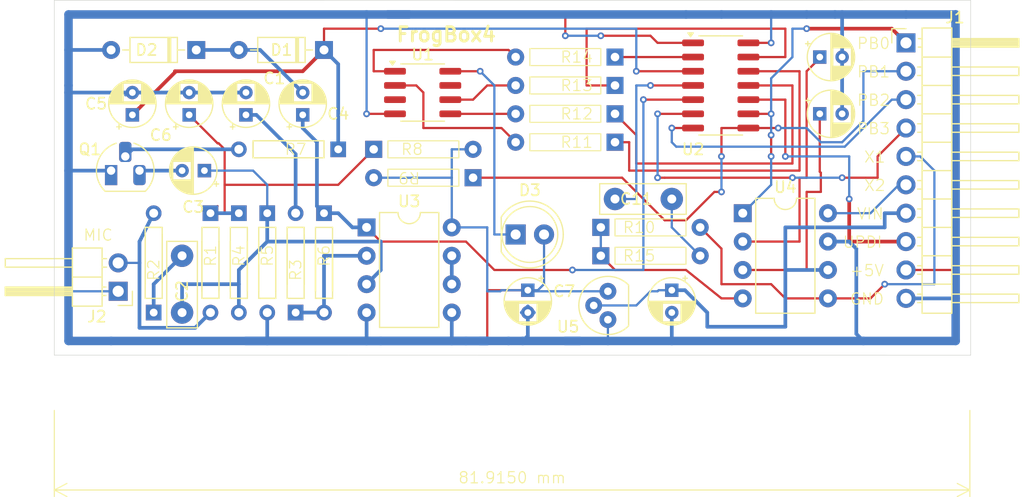
<source format=kicad_pcb>
(kicad_pcb (version 20240108) (generator "pcbnew") (generator_version "8.0")
  (layers (0 "F.Cu" signal) (31 "B.Cu" signal) (34 "B.Paste" user) (35 "F.Paste" user) (36 "B.SilkS" user "B.Silkscreen") (37 "F.SilkS" user "F.Silkscreen") (38 "B.Mask" user) (39 "F.Mask" user) (44 "Edge.Cuts" user))
  (net 0 "")
  (net 1 "Net-(U1-SI{slash}SIO)")
  (net 2 "Net-(U1-SCLK)")
  (net 3 "Net-(C1-Pad1)")
  (net 5 "Net-(D2-A)")
  (net 7 "Net-(U1-SO{slash}SIO)")
  (net 8 "Net-(U1-~{CE})")
  (net 9 "Net-(U3A-+)")
  (net 10 "Net-(C2-Pad2)")
  (net 11 "Net-(Q1-C)")
  (net 12 "Net-(U2-PA7)")
  (net 13 "Net-(D1-A)")
  (net 14 "Net-(D1-K)")
  (net 15 "Net-(C6-Pad1)")
  (net 16 "Net-(D3-A)")
  (net 17 "Net-(D3-K)")
  (net 18 "Net-(Q1-B)")
  (net 19 "Net-(U4-FC2)")
  (net 20 "Net-(U4-FC1)")
  (net 21 "Net-(U3A--)")
  (net 22 "Net-(U2-PA2)")
  (net 23 "Net-(U2-PA3)")
  (net 24 "Net-(U2-PA1)")
  (net 25 "Net-(U2-PA4)")
  (net 26 "Net-(U2-PA6)")
  (net 27 "Net-(U3B--)")
  (net 28 "Net-(J1-Pin_7)")
  (net 29 "Net-(J1-Pin_8)")
  (net 30 "Net-(J1-Pin_1)")
  (net 31 "Net-(J1-Pin_4)")
  (net 32 "Net-(J1-Pin_2)")
  (net 33 "Net-(J1-Pin_5)")
  (net 34 "Net-(J1-Pin_6)")
  (net 35 "Net-(J1-Pin_3)")
  (net 36 "Net-(J2-Pin_2)")
  (net 37 "Net-(C11-Pad2)")
  (net 38 "Net-(U4-Vin)")
  (footprint "Capacitor_THT:CP_Radial_D4.0mm_P2.00mm" (layer "F.Cu") (at 142.695 97.06 -90)
    (property "Reference" "C7" (at 0.095 -3.25 180) (layer "F.SilkS"))
    (property "Value" "CP_Small" (hide yes))
    (pad "1" thru_hole rect (at 0 0 270) (size 1.2 1.2) (drill 0.6) (layers "*.Cu" "*.Mask") (net 16 "Net-(D3-A)"))
    (pad "2" thru_hole circle (at 2 0 270) (size 1.2 1.2) (drill 0.6) (layers "*.Cu" "*.Mask") (net 5 "Net-(D2-A)"))
  )
  (footprint "Capacitor_THT:CP_Radial_D4.0mm_P2.00mm" (layer "F.Cu") (at 107.315 81.375 90)
    (property "Reference" "C5" (at 1 -3.25 0) (layer "F.SilkS"))
    (property "Value" "CP_Small" (hide yes))
    (pad "1" thru_hole rect (at 0 0 90) (size 1.2 1.2) (drill 0.6) (layers "*.Cu" "*.Mask") (net 14 "Net-(D1-K)"))
    (pad "2" thru_hole circle (at 2 0 90) (size 1.2 1.2) (drill 0.6) (layers "*.Cu" "*.Mask") (net 5 "Net-(D2-A)"))
  )
  (footprint "0_Footprint:R_Qwatt" (layer "F.Cu") (at 125.73 84.455 180)
    (property "Reference" "R7" (at 3.81 0 180) (layer "F.SilkS") (effects (font (thickness 0.1))))
    (property "Value" "R_Small" (hide yes))
    (pad "1" thru_hole rect (at 0 0 180) (size 1.4 1.4) (drill 0.7) (layers "*.Cu" "*.Mask") (net 14 "Net-(D1-K)"))
    (pad "2" thru_hole oval (at 8.89 0 180) (size 1.4 1.4) (drill 0.8) (layers "*.Cu" "*.Mask") (net 18 "Net-(Q1-B)"))
  )
  (footprint "Package_DIP:DIP-8_W7.62mm" (layer "F.Cu") (at 161.925 90.17)
    (property "Reference" "U4" (at 3.81 -2.33 0) (layer "F.SilkS"))
    (property "Value" "MC34119" (hide yes))
    (pad "1" thru_hole rect (at 0 0) (size 1.6 1.6) (drill 0.8) (layers "*.Cu" "*.Mask") (net 30 "Net-(J1-Pin_1)"))
    (pad "2" thru_hole oval (at 0 2.54) (size 1.6 1.6) (drill 0.8) (layers "*.Cu" "*.Mask") (net 19 "Net-(U4-FC2)"))
    (pad "3" thru_hole oval (at 0 5.08) (size 1.6 1.6) (drill 0.8) (layers "*.Cu" "*.Mask") (net 20 "Net-(U4-FC1)"))
    (pad "4" thru_hole oval (at 0 7.62) (size 1.6 1.6) (drill 0.8) (layers "*.Cu" "*.Mask") (net 38 "Net-(U4-Vin)"))
    (pad "5" thru_hole oval (at 7.62 7.62) (size 1.6 1.6) (drill 0.8) (layers "*.Cu" "*.Mask") (net 33 "Net-(J1-Pin_5)"))
    (pad "6" thru_hole oval (at 7.62 5.08) (size 1.6 1.6) (drill 0.8) (layers "*.Cu" "*.Mask") (net 28 "Net-(J1-Pin_7)"))
    (pad "7" thru_hole oval (at 7.62 2.54) (size 1.6 1.6) (drill 0.8) (layers "*.Cu" "*.Mask") (net 5 "Net-(D2-A)"))
    (pad "8" thru_hole oval (at 7.62 0) (size 1.6 1.6) (drill 0.8) (layers "*.Cu" "*.Mask") (net 34 "Net-(J1-Pin_6)"))
  )
  (footprint "0_Footprint:R_Qwatt" (layer "F.Cu") (at 109.22 99.06 90)
    (property "Reference" "R2" (at 3.81 0 -90) (layer "F.SilkS") (effects (font (thickness 0.1))))
    (property "Value" "R_Small" (hide yes))
    (pad "1" thru_hole rect (at 0 0 90) (size 1.4 1.4) (drill 0.7) (layers "*.Cu" "*.Mask") (net 10 "Net-(C2-Pad2)"))
    (pad "2" thru_hole oval (at 8.89 0 90) (size 1.4 1.4) (drill 0.8) (layers "*.Cu" "*.Mask") (net 36 "Net-(J2-Pin_2)"))
  )
  (footprint "0_Footprint:C_Disc1" (layer "F.Cu") (at 111.76 99.06 90)
    (property "Reference" "C2" (at 1.905 0 -90) (layer "F.SilkS"))
    (property "Value" "C_Disc" (hide yes))
    (pad "1" thru_hole circle (at 0 0 90) (size 2 2) (drill 0.8) (layers "*.Cu" "*.Mask") (net 9 "Net-(U3A-+)"))
    (pad "2" thru_hole circle (at 5.08 0 90) (size 2 2) (drill 0.8) (layers "*.Cu" "*.Mask") (net 10 "Net-(C2-Pad2)"))
  )
  (footprint "0_Footprint:QWSlim" (layer "F.Cu") (at 128.905 84.455)
    (property "Reference" "R8" (at 3.429 0 0) (layer "F.SilkS") (effects (font (thickness 0.1))))
    (property "Value" "Resistor" (hide yes))
    (pad "1" thru_hole rect (at 0 0) (size 1.524 1.524) (drill 0.762) (layers "*.Cu" "*.Mask") (net 15 "Net-(C6-Pad1)"))
    (pad "2" thru_hole circle (at 8.89 0) (size 1.524 1.524) (drill 0.762) (layers "*.Cu" "*.Mask") (net 16 "Net-(D3-A)"))
  )
  (footprint "0_Footprint:R_Qwatt" (layer "F.Cu") (at 116.84 90.17 -90)
    (property "Reference" "R4" (at 3.81 0 90) (layer "F.SilkS") (effects (font (thickness 0.1))))
    (property "Value" "R_Small" (hide yes))
    (pad "1" thru_hole rect (at 0 0 270) (size 1.4 1.4) (drill 0.7) (layers "*.Cu" "*.Mask") (net 15 "Net-(C6-Pad1)"))
    (pad "2" thru_hole oval (at 8.89 0 270) (size 1.4 1.4) (drill 0.8) (layers "*.Cu" "*.Mask") (net 9 "Net-(U3A-+)"))
  )
  (footprint "Capacitor_THT:CP_Radial_D4.0mm_P2.00mm" (layer "F.Cu") (at 155.575 97.06 -90)
    (property "Reference" "C8" (hide yes))
    (property "Value" "CP_Small" (hide yes))
    (pad "1" thru_hole rect (at 0 0 270) (size 1.2 1.2) (drill 0.6) (layers "*.Cu" "*.Mask") (net 28 "Net-(J1-Pin_7)"))
    (pad "2" thru_hole circle (at 2 0 270) (size 1.2 1.2) (drill 0.6) (layers "*.Cu" "*.Mask") (net 5 "Net-(D2-A)"))
  )
  (footprint "0_Footprint:QWSlim" (layer "F.Cu") (at 150.495 83.82 180)
    (property "Reference" "R11" (at 3.429 0 0) (layer "F.SilkS") (effects (font (thickness 0.1))))
    (property "Value" "Resistor" (hide yes))
    (pad "1" thru_hole rect (at 0 0 180) (size 1.524 1.524) (drill 0.762) (layers "*.Cu" "*.Mask") (net 22 "Net-(U2-PA2)"))
    (pad "2" thru_hole circle (at 8.89 0 180) (size 1.524 1.524) (drill 0.762) (layers "*.Cu" "*.Mask") (net 7 "Net-(U1-SO{slash}SIO)"))
  )
  (footprint "Capacitor_THT:CP_Radial_D4.0mm_P2.00mm" (layer "F.Cu") (at 168.815 76.2)
    (property "Reference" "C9" (hide yes))
    (property "Value" "CP_Small" (hide yes))
    (pad "1" thru_hole rect (at 0 0) (size 1.2 1.2) (drill 0.6) (layers "*.Cu" "*.Mask") (net 19 "Net-(U4-FC2)"))
    (pad "2" thru_hole circle (at 2 0) (size 1.2 1.2) (drill 0.6) (layers "*.Cu" "*.Mask") (net 5 "Net-(D2-A)"))
  )
  (footprint "Package_DIP:DIP-8_W7.62mm" (layer "F.Cu") (at 128.27 91.44)
    (property "Reference" "U3" (at 3.81 -2.33 0) (layer "F.SilkS"))
    (property "Value" "OpAmpDual")
    (pad "1" thru_hole rect (at 0 0) (size 1.6 1.6) (drill 0.8) (layers "*.Cu" "*.Mask") (net 12 "Net-(U2-PA7)"))
    (pad "2" thru_hole oval (at 0 2.54) (size 1.6 1.6) (drill 0.8) (layers "*.Cu" "*.Mask") (net 21 "Net-(U3A--)"))
    (pad "3" thru_hole oval (at 0 5.08) (size 1.6 1.6) (drill 0.8) (layers "*.Cu" "*.Mask") (net 9 "Net-(U3A-+)"))
    (pad "4" thru_hole oval (at 0 7.62) (size 1.6 1.6) (drill 0.8) (layers "*.Cu" "*.Mask") (net 5 "Net-(D2-A)"))
    (pad "5" thru_hole oval (at 7.62 7.62) (size 1.6 1.6) (drill 0.8) (layers "*.Cu" "*.Mask") (net 5 "Net-(D2-A)"))
    (pad "6" thru_hole oval (at 7.62 5.08) (size 1.6 1.6) (drill 0.8) (layers "*.Cu" "*.Mask") (net 27 "Net-(U3B--)"))
    (pad "7" thru_hole oval (at 7.62 2.54) (size 1.6 1.6) (drill 0.8) (layers "*.Cu" "*.Mask") (net 27 "Net-(U3B--)"))
    (pad "8" thru_hole oval (at 7.62 0) (size 1.6 1.6) (drill 0.8) (layers "*.Cu" "*.Mask") (net 16 "Net-(D3-A)"))
  )
  (footprint "Package_SO:SOIC-8_3.9x4.9mm_P1.27mm" (layer "F.Cu") (at 133.285 79.375)
    (property "Reference" "U1" (at 0 -3.4 0) (layer "F.SilkS"))
    (property "Value" "PSRAM64" (hide yes))
    (pad "1" smd roundrect (at -2.475 -1.905) (size 1.95 0.6) (layers "F.Cu" "F.Paste" "F.Mask") (net 8 "Net-(U1-~{CE})"))
    (pad "2" smd roundrect (at -2.475 -0.635) (size 1.95 0.6) (layers "F.Cu" "F.Paste" "F.Mask") (net 7 "Net-(U1-SO{slash}SIO)"))
    (pad "3" smd roundrect (at -2.475 0.635) (size 1.95 0.6) (layers "F.Cu" "F.Paste" "F.Mask"))
    (pad "4" smd roundrect (at -2.475 1.905) (size 1.95 0.6) (layers "F.Cu" "F.Paste" "F.Mask") (net 5 "Net-(D2-A)"))
    (pad "5" smd roundrect (at 2.475 1.905) (size 1.95 0.6) (layers "F.Cu" "F.Paste" "F.Mask") (net 1 "Net-(U1-SI{slash}SIO)"))
    (pad "6" smd roundrect (at 2.475 0.635) (size 1.95 0.6) (layers "F.Cu" "F.Paste" "F.Mask") (net 2 "Net-(U1-SCLK)"))
    (pad "7" smd roundrect (at 2.475 -0.635) (size 1.95 0.6) (layers "F.Cu" "F.Paste" "F.Mask"))
    (pad "8" smd roundrect (at 2.475 -1.905) (size 1.95 0.6) (layers "F.Cu" "F.Paste" "F.Mask") (net 17 "Net-(D3-K)"))
  )
  (footprint "Capacitor_THT:CP_Radial_D4.0mm_P2.00mm" (layer "F.Cu") (at 168.815 81.28)
    (property "Reference" "C10" (hide yes))
    (property "Value" "CP_Small" (hide yes))
    (pad "1" thru_hole rect (at 0 0) (size 1.2 1.2) (drill 0.6) (layers "*.Cu" "*.Mask") (net 20 "Net-(U4-FC1)"))
    (pad "2" thru_hole circle (at 2 0) (size 1.2 1.2) (drill 0.6) (layers "*.Cu" "*.Mask") (net 5 "Net-(D2-A)"))
  )
  (footprint "0_Footprint:R_Qwatt" (layer "F.Cu") (at 121.92 99.06 90)
    (property "Reference" "R3" (at 3.81 0 -90) (layer "F.SilkS") (effects (font (thickness 0.1))))
    (property "Value" "R_Small" (hide yes))
    (pad "1" thru_hole rect (at 0 0 90) (size 1.4 1.4) (drill 0.7) (layers "*.Cu" "*.Mask") (net 21 "Net-(U3A--)"))
    (pad "2" thru_hole oval (at 8.89 0 90) (size 1.4 1.4) (drill 0.8) (layers "*.Cu" "*.Mask") (net 3 "Net-(C1-Pad1)"))
  )
  (footprint "Capacitor_THT:CP_Radial_D4.0mm_P2.00mm" (layer "F.Cu") (at 112.395 81.375 90)
    (property "Reference" "C6" (at -1.81 -2.54 0) (layer "F.SilkS"))
    (property "Value" "CP_Small" (hide yes))
    (pad "1" thru_hole rect (at 0 0 90) (size 1.2 1.2) (drill 0.6) (layers "*.Cu" "*.Mask") (net 15 "Net-(C6-Pad1)"))
    (pad "2" thru_hole circle (at 2 0 90) (size 1.2 1.2) (drill 0.6) (layers "*.Cu" "*.Mask") (net 5 "Net-(D2-A)"))
  )
  (footprint "LED_THT:LED_D5.0mm_IRGrey" (layer "F.Cu") (at 141.605 92.075)
    (property "Reference" "D3" (at 1.27 -3.96 0) (layer "F.SilkS"))
    (property "Value" "LED_5mm" (hide yes))
    (pad "1" thru_hole rect (at 0 0) (size 1.8 1.8) (drill 0.9) (layers "*.Cu" "*.Mask") (net 17 "Net-(D3-K)"))
    (pad "2" thru_hole circle (at 2.54 0) (size 1.8 1.8) (drill 0.9) (layers "*.Cu" "*.Mask") (net 16 "Net-(D3-A)"))
  )
  (footprint "0_Footprint:R_Qwatt" (layer "F.Cu") (at 124.46 90.17 -90)
    (property "Reference" "R6" (at 3.81 0 90) (layer "F.SilkS") (effects (font (thickness 0.1))))
    (property "Value" "R_Small" (hide yes))
    (pad "1" thru_hole rect (at 0 0 270) (size 1.4 1.4) (drill 0.7) (layers "*.Cu" "*.Mask") (net 12 "Net-(U2-PA7)"))
    (pad "2" thru_hole oval (at 8.89 0 270) (size 1.4 1.4) (drill 0.8) (layers "*.Cu" "*.Mask") (net 21 "Net-(U3A--)"))
  )
  (footprint "Package_SO:SOIC-14_3.9x8.7mm_P1.27mm" (layer "F.Cu") (at 159.955 78.74)
    (property "Reference" "U2" (at -2.475 5.715 0) (layer "F.SilkS"))
    (property "Value" "ATtiny1614ss" (hide yes))
    (pad "1" smd roundrect (at -2.475 -3.81) (size 1.95 0.6) (layers "F.Cu" "F.Paste" "F.Mask") (net 16 "Net-(D3-A)"))
    (pad "2" smd roundrect (at -2.475 -2.54) (size 1.95 0.6) (layers "F.Cu" "F.Paste" "F.Mask") (net 25 "Net-(U2-PA4)"))
    (pad "3" smd roundrect (at -2.475 -1.27) (size 1.95 0.6) (layers "F.Cu" "F.Paste" "F.Mask") (net 14 "Net-(D1-K)"))
    (pad "4" smd roundrect (at -2.475 0) (size 1.95 0.6) (layers "F.Cu" "F.Paste" "F.Mask") (net 26 "Net-(U2-PA6)"))
    (pad "5" smd roundrect (at -2.475 1.27) (size 1.95 0.6) (layers "F.Cu" "F.Paste" "F.Mask") (net 12 "Net-(U2-PA7)"))
    (pad "6" smd roundrect (at -2.475 2.54) (size 1.95 0.6) (layers "F.Cu" "F.Paste" "F.Mask") (net 31 "Net-(J1-Pin_4)"))
    (pad "7" smd roundrect (at -2.475 3.81) (size 1.95 0.6) (layers "F.Cu" "F.Paste" "F.Mask") (net 35 "Net-(J1-Pin_3)"))
    (pad "8" smd roundrect (at 2.475 3.81) (size 1.95 0.6) (layers "F.Cu" "F.Paste" "F.Mask") (net 32 "Net-(J1-Pin_2)"))
    (pad "9" smd roundrect (at 2.475 2.54) (size 1.95 0.6) (layers "F.Cu" "F.Paste" "F.Mask") (net 30 "Net-(J1-Pin_1)"))
    (pad "10" smd roundrect (at 2.475 1.27) (size 1.95 0.6) (layers "F.Cu" "F.Paste" "F.Mask") (net 29 "Net-(J1-Pin_8)"))
    (pad "11" smd roundrect (at 2.475 0) (size 1.95 0.6) (layers "F.Cu" "F.Paste" "F.Mask") (net 24 "Net-(U2-PA1)"))
    (pad "12" smd roundrect (at 2.475 -1.27) (size 1.95 0.6) (layers "F.Cu" "F.Paste" "F.Mask") (net 22 "Net-(U2-PA2)"))
    (pad "13" smd roundrect (at 2.475 -2.54) (size 1.95 0.6) (layers "F.Cu" "F.Paste" "F.Mask") (net 23 "Net-(U2-PA3)"))
    (pad "14" smd roundrect (at 2.475 -3.81) (size 1.95 0.6) (layers "F.Cu" "F.Paste" "F.Mask") (net 5 "Net-(D2-A)"))
  )
  (footprint "0_Footprint:QWSlim" (layer "F.Cu") (at 150.495 76.2 180)
    (property "Reference" "R14" (at 3.429 0 0) (layer "F.SilkS") (effects (font (thickness 0.1))))
    (property "Value" "Resistor" (hide yes))
    (pad "1" thru_hole rect (at 0 0 180) (size 1.524 1.524) (drill 0.762) (layers "*.Cu" "*.Mask") (net 25 "Net-(U2-PA4)"))
    (pad "2" thru_hole circle (at 8.89 0 180) (size 1.524 1.524) (drill 0.762) (layers "*.Cu" "*.Mask") (net 8 "Net-(U1-~{CE})"))
  )
  (footprint "Diode_THT:D_DO-35_SOD27_P7.62mm_Horizontal" (layer "F.Cu") (at 113.03 75.565 180)
    (property "Reference" "D2" (at 4.445 0 180) (layer "F.SilkS"))
    (property "Value" "1N914" (hide yes))
    (pad "1" thru_hole rect (at 0 0 180) (size 1.6 1.6) (drill 0.8) (layers "*.Cu" "*.Mask") (net 13 "Net-(D1-A)"))
    (pad "2" thru_hole oval (at 7.62 0 180) (size 1.6 1.6) (drill 0.8) (layers "*.Cu" "*.Mask") (net 5 "Net-(D2-A)"))
  )
  (footprint "Connector_PinHeader_2.54mm:PinHeader_1x10_P2.54mm_Horizontal" (layer "F.Cu") (at 176.53 74.93)
    (property "Reference" "J1" (at 4.385 -2.27 0) (layer "F.SilkS"))
    (property "Value" "Conn_01x10_MalePH" (hide yes))
    (pad "1" thru_hole rect (at 0 0) (size 1.7 1.7) (drill 1) (layers "*.Cu" "*.Mask") (net 30 "Net-(J1-Pin_1)"))
    (pad "2" thru_hole oval (at 0 2.54) (size 1.7 1.7) (drill 1) (layers "*.Cu" "*.Mask") (net 32 "Net-(J1-Pin_2)"))
    (pad "3" thru_hole oval (at 0 5.08) (size 1.7 1.7) (drill 1) (layers "*.Cu" "*.Mask") (net 35 "Net-(J1-Pin_3)"))
    (pad "4" thru_hole oval (at 0 7.62) (size 1.7 1.7) (drill 1) (layers "*.Cu" "*.Mask") (net 31 "Net-(J1-Pin_4)"))
    (pad "5" thru_hole oval (at 0 10.16) (size 1.7 1.7) (drill 1) (layers "*.Cu" "*.Mask") (net 33 "Net-(J1-Pin_5)"))
    (pad "6" thru_hole oval (at 0 12.7) (size 1.7 1.7) (drill 1) (layers "*.Cu" "*.Mask") (net 34 "Net-(J1-Pin_6)"))
    (pad "7" thru_hole oval (at 0 15.24) (size 1.7 1.7) (drill 1) (layers "*.Cu" "*.Mask") (net 28 "Net-(J1-Pin_7)"))
    (pad "8" thru_hole oval (at 0 17.78) (size 1.7 1.7) (drill 1) (layers "*.Cu" "*.Mask") (net 29 "Net-(J1-Pin_8)"))
    (pad "9" thru_hole oval (at 0 20.32) (size 1.7 1.7) (drill 1) (layers "*.Cu" "*.Mask") (net 16 "Net-(D3-A)"))
    (pad "10" thru_hole oval (at 0 22.86) (size 1.7 1.7) (drill 1) (layers "*.Cu" "*.Mask") (net 5 "Net-(D2-A)"))
  )
  (footprint "Diode_THT:D_DO-35_SOD27_P7.62mm_Horizontal" (layer "F.Cu") (at 124.46 75.565 180)
    (property "Reference" "D1" (at 3.81 0 180) (layer "F.SilkS"))
    (property "Value" "1N914" (hide yes))
    (pad "1" thru_hole rect (at 0 0 180) (size 1.6 1.6) (drill 0.8) (layers "*.Cu" "*.Mask") (net 14 "Net-(D1-K)"))
    (pad "2" thru_hole oval (at 7.62 0 180) (size 1.6 1.6) (drill 0.8) (layers "*.Cu" "*.Mask") (net 13 "Net-(D1-A)"))
  )
  (footprint "Connector_PinHeader_2.54mm:PinHeader_1x02_P2.54mm_Horizontal" (layer "F.Cu") (at 106.045 97.155 180)
    (property "Reference" "J2" (at 1.905 -2.27 180) (layer "F.SilkS"))
    (property "Value" "Conn_01x02_MH" (hide yes))
    (pad "1" thru_hole rect (at 0 0 180) (size 1.7 1.7) (drill 1) (layers "*.Cu" "*.Mask") (net 5 "Net-(D2-A)"))
    (pad "2" thru_hole oval (at 0 2.54 180) (size 1.7 1.7) (drill 1) (layers "*.Cu" "*.Mask") (net 36 "Net-(J2-Pin_2)"))
  )
  (footprint "0_Footprint:R_Qwatt" (layer "F.Cu") (at 114.3 90.17 -90)
    (property "Reference" "R1" (at 3.81 0 90) (layer "F.SilkS") (effects (font (thickness 0.1))))
    (property "Value" "R_Small" (hide yes))
    (pad "1" thru_hole rect (at 0 0 270) (size 1.4 1.4) (drill 0.7) (layers "*.Cu" "*.Mask") (net 15 "Net-(C6-Pad1)"))
    (pad "2" thru_hole oval (at 8.89 0 270) (size 1.4 1.4) (drill 0.8) (layers "*.Cu" "*.Mask") (net 36 "Net-(J2-Pin_2)"))
  )
  (footprint "Capacitor_THT:CP_Radial_D4.0mm_P2.00mm" (layer "F.Cu") (at 117.475 81.375 90)
    (property "Reference" "C1" (at 3.27 2.54 0) (layer "F.SilkS"))
    (property "Value" "CP_Small" (hide yes))
    (pad "1" thru_hole rect (at 0 0 90) (size 1.2 1.2) (drill 0.6) (layers "*.Cu" "*.Mask") (net 3 "Net-(C1-Pad1)"))
    (pad "2" thru_hole circle (at 2 0 90) (size 1.2 1.2) (drill 0.6) (layers "*.Cu" "*.Mask") (net 5 "Net-(D2-A)"))
  )
  (footprint "0_Footprint:QWSlim" (layer "F.Cu") (at 137.795 86.995 180)
    (property "Reference" "R9" (at 5.715 0 180) (layer "F.SilkS") (effects (font (thickness 0.1))))
    (property "Value" "Resistor" (hide yes))
    (pad "1" thru_hole rect (at 0 0 180) (size 1.524 1.524) (drill 0.762) (layers "*.Cu" "*.Mask") (net 32 "Net-(J1-Pin_2)"))
    (pad "2" thru_hole circle (at 8.89 0 180) (size 1.524 1.524) (drill 0.762) (layers "*.Cu" "*.Mask") (net 16 "Net-(D3-A)"))
  )
  (footprint "0_Footprint:R_Qwatt" (layer "F.Cu") (at 119.38 90.17 -90)
    (property "Reference" "R5" (at 3.81 0 90) (layer "F.SilkS") (effects (font (thickness 0.1))))
    (property "Value" "R_Small" (hide yes))
    (pad "1" thru_hole rect (at 0 0 270) (size 1.4 1.4) (drill 0.7) (layers "*.Cu" "*.Mask") (net 9 "Net-(U3A-+)"))
    (pad "2" thru_hole oval (at 8.89 0 270) (size 1.4 1.4) (drill 0.8) (layers "*.Cu" "*.Mask") (net 5 "Net-(D2-A)"))
  )
  (footprint "0_Footprint:TO-92X" (layer "F.Cu") (at 149.86 99.695 90)
    (property "Reference" "U5" (at -0.635 -3.56 0) (layer "F.SilkS"))
    (property "Value" "MCP1702-5" (hide yes))
    (pad "1" thru_hole circle (at 0 0 90) (size 1.5 1.5) (drill 0.68) (layers "*.Cu" "*.Mask") (net 5 "Net-(D2-A)"))
    (pad "2" thru_hole circle (at 1.27 -1.27 90) (size 1.5 1.5) (drill 0.68) (layers "*.Cu" "*.Mask") (net 28 "Net-(J1-Pin_7)"))
    (pad "3" thru_hole circle (at 2.54 0 90) (size 1.5 1.5) (drill 0.68) (layers "*.Cu" "*.Mask") (net 16 "Net-(D3-A)"))
  )
  (footprint "Capacitor_THT:CP_Radial_D4.0mm_P2.00mm" (layer "F.Cu") (at 122.555 81.375 90)
    (property "Reference" "C4" (at 0.095 3.175 0) (layer "F.SilkS"))
    (property "Value" "CP_Small" (hide yes))
    (pad "1" thru_hole rect (at 0 0 90) (size 1.2 1.2) (drill 0.6) (layers "*.Cu" "*.Mask") (net 12 "Net-(U2-PA7)"))
    (pad "2" thru_hole circle (at 2 0 90) (size 1.2 1.2) (drill 0.6) (layers "*.Cu" "*.Mask") (net 13 "Net-(D1-A)"))
  )
  (footprint "Capacitor_THT:CP_Radial_D4.0mm_P2.00mm" (layer "F.Cu") (at 113.76 86.36 180)
    (property "Reference" "C3" (at 1 -3.25 180) (layer "F.SilkS"))
    (property "Value" "CP_Small" (hide yes))
    (pad "1" thru_hole rect (at 0 0 180) (size 1.2 1.2) (drill 0.6) (layers "*.Cu" "*.Mask") (net 9 "Net-(U3A-+)"))
    (pad "2" thru_hole circle (at 2 0 180) (size 1.2 1.2) (drill 0.6) (layers "*.Cu" "*.Mask") (net 11 "Net-(Q1-C)"))
  )
  (footprint "0_Footprint:QWSlim" (layer "F.Cu") (at 149.225 91.44)
    (property "Reference" "R10" (at 3.429 0 0) (layer "F.SilkS") (effects (font (thickness 0.1))))
    (property "Value" "Resistor" (hide yes))
    (pad "1" thru_hole rect (at 0 0) (size 1.524 1.524) (drill 0.762) (layers "*.Cu" "*.Mask") (net 38 "Net-(U4-Vin)"))
    (pad "2" thru_hole circle (at 8.89 0) (size 1.524 1.524) (drill 0.762) (layers "*.Cu" "*.Mask") (net 33 "Net-(J1-Pin_5)"))
  )
  (footprint "0_Footprint:C_Disc1" (layer "F.Cu") (at 150.495 88.9)
    (property "Reference" "C11" (at 1.905 0 0) (layer "F.SilkS"))
    (property "Value" "C_Disc" (hide yes))
    (pad "1" thru_hole circle (at 0 0) (size 2 2) (drill 0.8) (layers "*.Cu" "*.Mask") (net 26 "Net-(U2-PA6)"))
    (pad "2" thru_hole circle (at 5.08 0) (size 2 2) (drill 0.8) (layers "*.Cu" "*.Mask") (net 37 "Net-(C11-Pad2)"))
  )
  (footprint "0_Footprint:QWSlim" (layer "F.Cu") (at 150.495 81.28 180)
    (property "Reference" "R12" (at 3.429 0 0) (layer "F.SilkS") (effects (font (thickness 0.1))))
    (property "Value" "Resistor" (hide yes))
    (pad "1" thru_hole rect (at 0 0 180) (size 1.524 1.524) (drill 0.762) (layers "*.Cu" "*.Mask") (net 24 "Net-(U2-PA1)"))
    (pad "2" thru_hole circle (at 8.89 0 180) (size 1.524 1.524) (drill 0.762) (layers "*.Cu" "*.Mask") (net 1 "Net-(U1-SI{slash}SIO)"))
  )
  (footprint "0_Footprint:QWSlim" (layer "F.Cu") (at 150.495 78.74 180)
    (property "Reference" "R13" (at 3.429 0 0) (layer "F.SilkS") (effects (font (thickness 0.1))))
    (property "Value" "Resistor" (hide yes))
    (pad "1" thru_hole rect (at 0 0 180) (size 1.524 1.524) (drill 0.762) (layers "*.Cu" "*.Mask") (net 23 "Net-(U2-PA3)"))
    (pad "2" thru_hole circle (at 8.89 0 180) (size 1.524 1.524) (drill 0.762) (layers "*.Cu" "*.Mask") (net 2 "Net-(U1-SCLK)"))
  )
  (footprint "0_Footprint:QWSlim" (layer "F.Cu") (at 149.225 93.98)
    (property "Reference" "R15" (at 3.429 0 0) (layer "F.SilkS") (effects (font (thickness 0.1))))
    (property "Value" "Resistor" (hide yes))
    (pad "1" thru_hole rect (at 0 0) (size 1.524 1.524) (drill 0.762) (layers "*.Cu" "*.Mask") (net 38 "Net-(U4-Vin)"))
    (pad "2" thru_hole circle (at 8.89 0) (size 1.524 1.524) (drill 0.762) (layers "*.Cu" "*.Mask") (net 37 "Net-(C11-Pad2)"))
  )
  (footprint "Package_TO_SOT_THT:TO-92L_HandSolder" (layer "F.Cu") (at 105.41 86.36)
    (property "Reference" "Q1" (at -1.905 -1.905 0) (layer "F.SilkS"))
    (property "Value" "2N3904-F" (hide yes))
    (pad "1" thru_hole rect (at 0 0) (size 1.1 1.8) (drill 0.75 (offset 0 0.4)) (layers "*.Cu" "*.Mask") (net 5 "Net-(D2-A)"))
    (pad "2" thru_hole roundrect (at 1.27 -1.27) (size 1.1 1.8) (drill 0.75 (offset 0 -0.4)) (layers "*.Cu" "*.Mask") (net 18 "Net-(Q1-B)"))
    (pad "3" thru_hole roundrect (at 2.54 0) (size 1.1 1.8) (drill 0.75 (offset 0 0.4)) (layers "*.Cu" "*.Mask") (net 11 "Net-(Q1-C)"))
  )
  (gr_line (start 182.315 71.125) (end 182.315 102.875) (stroke (width 0.05)) (layer "Edge.Cuts"))
  (gr_line (start 100.33 102.87) (end 100.33 71.12) (stroke (width 0.05)) (layer "Edge.Cuts"))
  (gr_line (start 182.315 102.875) (end 100.33 102.87) (stroke (width 0.05)) (layer "Edge.Cuts"))
  (gr_line (start 100.33 71.12) (end 182.315 71.125) (stroke (width 0.05)) (layer "Edge.Cuts"))
  (gr_text "X2" (at 172.72 88.265 0) (layer "F.SilkS") (effects (font (size 1 1) (thickness 0.1)) (justify left bottom)))
  (gr_text "PB0" (at 172.085 75.565 0) (layer "F.SilkS") (effects (font (size 1 1) (thickness 0.1)) (justify left bottom)))
  (gr_text "+5V" (at 171.45 95.885 0) (layer "F.SilkS") (effects (font (size 1 1) (thickness 0.1)) (justify left bottom)))
  (gr_text "FrogBox4" (at 130.81 74.93 0) (layer "F.SilkS") (effects (font (size 1.27 1.27) (thickness 0.254) (bold yes)) (justify left bottom)))
  (gr_text "GND" (at 171.45 98.425 0) (layer "F.SilkS") (effects (font (size 1 1) (thickness 0.1)) (justify left bottom)))
  (gr_text "MIC" (at 102.87 92.71 0) (layer "F.SilkS") (effects (font (size 1 1) (thickness 0.1)) (justify left bottom)))
  (gr_text "X1" (at 172.72 85.725 0) (layer "F.SilkS") (effects (font (size 1 1) (thickness 0.1)) (justify left bottom)))
  (gr_text "PB2" (at 172.085 80.645 0) (layer "F.SilkS") (effects (font (size 1 1) (thickness 0.1)) (justify left bottom)))
  (gr_text "PB1" (at 172.085 78.105 0) (layer "F.SilkS") (effects (font (size 1 1) (thickness 0.1)) (justify left bottom)))
  (gr_text "PB3" (at 172.085 83.185 0) (layer "F.SilkS") (effects (font (size 1 1) (thickness 0.1)) (justify left bottom)))
  (gr_text "VIN" (at 172.085 90.805 0) (layer "F.SilkS") (effects (font (size 1 1) (thickness 0.1)) (justify left bottom)))
  (gr_text "UPDI" (at 170.815 93.345 0) (layer "F.SilkS") (effects (font (size 1 1) (thickness 0.1)) (justify left bottom)))
  (dimension (type aligned) (layer "F.SilkS") (pts (xy 100.33 107.315) (xy 182.245 107.315)) (height 7.62) (gr_text "3.2250 in" (at 141.2875 113.835 0) (layer "F.SilkS") (effects (font (size 1 1) (thickness 0.1)))) (format (prefix "") (suffix "") (units 3) (units_format 1) (precision 4)) (style (thickness 0.1) (arrow_length 1.27) (text_position_mode 0) (extension_height 0.58642) (extension_offset 0.5) keep_text_aligned))
  (segment (start 135.76 81.28) (end 141.605 81.28) (width 0.2) (layer "F.Cu") (net 1))
  (segment (start 137.795 80.01) (end 139.065 78.74) (width 0.2) (layer "F.Cu") (net 2))
  (segment (start 135.76 80.01) (end 137.795 80.01) (width 0.2) (layer "F.Cu") (net 2))
  (segment (start 139.065 78.74) (end 141.605 78.74) (width 0.2) (layer "F.Cu") (net 2))
  (segment (start 118.4052 81.375) (end 121.92 84.8898) (width 0.3302) (layer "B.Cu") (net 3))
  (segment (start 121.92 84.8898) (end 121.92 90.17) (width 0.3302) (layer "B.Cu") (net 3))
  (segment (start 117.475 81.375) (end 118.4052 81.375) (width 0.3302) (layer "B.Cu") (net 3))
  (segment (start 130.81 81.28) (end 128.27 81.28) (width 0.2) (layer "F.Cu") (net 5))
  (segment (start 162.43 74.93) (end 164.465 74.93) (width 0.2) (layer "F.Cu") (net 5))
  (via (at 164.465 74.93) (size 0.6) (drill 0.3) (layers "F.Cu" "B.Cu") (net 5))
  (via (at 128.27 81.28) (size 0.6) (drill 0.3) (layers "F.Cu" "B.Cu") (net 5))
  (segment (start 112.395 79.375) (end 117.475 79.375) (width 0.3302) (layer "B.Cu") (net 5))
  (segment (start 128.27 99.06) (end 128.27 101.6) (width 0.3302) (layer "B.Cu") (net 5))
  (segment (start 101.6 101.6) (end 101.6 97.155) (width 0.762) (layer "B.Cu") (net 5))
  (segment (start 129.54 101.6) (end 135.89 101.6) (width 0.762) (layer "B.Cu") (net 5))
  (segment (start 164.465 72.39) (end 167.64 72.39) (width 0.762) (layer "B.Cu") (net 5))
  (segment (start 180.960879 73.025) (end 180.973117 97.79) (width 0.762) (layer "B.Cu") (net 5))
  (segment (start 177.235 97.795) (end 180.968117 97.795) (width 0.3302) (layer "B.Cu") (net 5))
  (segment (start 106.045 97.155) (end 101.6 97.155) (width 0.2) (layer "B.Cu") (net 5))
  (segment (start 156.845 72.39) (end 160.02 72.39) (width 0.762) (layer "B.Cu") (net 5))
  (segment (start 105.41 86.36) (end 101.6 86.36) (width 0.3302) (layer "B.Cu") (net 5))
  (segment (start 101.6 72.39) (end 101.6 75.565) (width 0.762) (layer "B.Cu") (net 5))
  (segment (start 180.960879 73.025) (end 180.960879 72.404121) (width 0.762) (layer "B.Cu") (net 5))
  (segment (start 169.545 92.71) (end 171.45 92.71) (width 0.3302) (layer "B.Cu") (net 5))
  (segment (start 101.6 79.375) (end 101.6 78.74) (width 0.762) (layer "B.Cu") (net 5))
  (segment (start 107.315 79.375) (end 112.395 79.375) (width 0.3302) (layer "B.Cu") (net 5))
  (segment (start 101.8426 79.6176) (end 101.6 79.375) (width 0.2) (layer "B.Cu") (net 5))
  (segment (start 106.68 79.6176) (end 107.0724 79.6176) (width 0.2) (layer "B.Cu") (net 5))
  (segment (start 137.16 101.6) (end 140.97 101.6) (width 0.762) (layer "B.Cu") (net 5))
  (segment (start 142.695 101.145) (end 142.24 101.6) (width 0.3302) (layer "B.Cu") (net 5))
  (segment (start 176.53 72.39) (end 180.975 72.39) (width 0.762) (layer "B.Cu") (net 5))
  (segment (start 101.6 97.155) (end 101.6 86.36) (width 0.762) (layer "B.Cu") (net 5))
  (segment (start 106.68 79.375) (end 101.6 79.375) (width 0.3302) (layer "B.Cu") (net 5))
  (segment (start 119.38 99.06) (end 119.38 101.6) (width 0.3302) (layer "B.Cu") (net 5))
  (segment (start 128.27 72.39) (end 101.6 72.39) (width 0.762) (layer "B.Cu") (net 5))
  (segment (start 140.97 101.6) (end 142.24 101.6) (width 0.762) (layer "B.Cu") (net 5))
  (segment (start 172.72 101.6) (end 155.575 101.6) (width 0.762) (layer "B.Cu") (net 5))
  (segment (start 167.64 72.39) (end 170.18 72.39) (width 0.762) (layer "B.Cu") (net 5))
  (segment (start 156.845 72.39) (end 130.175 72.39) (width 0.762) (layer "B.Cu") (net 5))
  (segment (start 101.6 86.36) (end 101.6 79.375) (width 0.762) (layer "B.Cu") (net 5))
  (segment (start 149.86 101.6) (end 146.05 101.6) (width 0.762) (layer "B.Cu") (net 5))
  (segment (start 180.968117 97.795) (end 180.973117 97.79) (width 0.3302) (layer "B.Cu") (net 5))
  (segment (start 101.6 78.74) (end 101.6 75.565) (width 0.762) (layer "B.Cu") (net 5))
  (segment (start 171.45 92.71) (end 172.085 93.345) (width 0.3302) (layer "B.Cu") (net 5))
  (segment (start 105.41 101.6) (end 101.6 101.6) (width 0.762) (layer "B.Cu") (net 5))
  (segment (start 132.08 72.39) (end 128.27 72.39) (width 0.762) (layer "B.Cu") (net 5))
  (segment (start 170.815 72.39) (end 176.53 72.39) (width 0.762) (layer "B.Cu") (net 5))
  (segment (start 164.465 74.93) (end 164.465 72.39) (width 0.2) (layer "B.Cu") (net 5))
  (segment (start 180.973117 97.79) (end 180.975 101.6) (width 0.762) (layer "B.Cu") (net 5))
  (segment (start 135.89 99.06) (end 135.89 101.6) (width 0.3302) (layer "B.Cu") (net 5))
  (segment (start 155.575 99.06) (end 155.575 101.6) (width 0.3302) (layer "B.Cu") (net 5))
  (segment (start 180.960879 72.404121) (end 180.975 72.39) (width 0.762) (layer "B.Cu") (net 5))
  (segment (start 128.27 81.28) (end 128.27 72.39) (width 0.2) (layer "B.Cu") (net 5))
  (segment (start 170.815 76.2) (end 170.815 72.39) (width 0.3302) (layer "B.Cu") (net 5))
  (segment (start 142.695 99.06) (end 142.695 101.145) (width 0.3302) (layer "B.Cu") (net 5))
  (segment (start 106.68 79.375) (end 107.315 79.375) (width 0.3302) (layer "B.Cu") (net 5))
  (segment (start 139.065 101.6) (end 117.475 101.6) (width 0.762) (layer "B.Cu") (net 5))
  (segment (start 143.235 99.06) (end 142.695 98.52) (width 0.3302) (layer "B.Cu") (net 5))
  (segment (start 142.155 99.06) (end 142.695 98.52) (width 0.3302) (layer "B.Cu") (net 5))
  (segment (start 149.86 99.695) (end 149.86 101.6) (width 0.2) (layer "B.Cu") (net 5))
  (segment (start 180.975 72.39) (end 180.960879 73.025) (width 0.762) (layer "B.Cu") (net 5))
  (segment (start 135.89 101.6) (end 137.16 101.6) (width 0.762) (layer "B.Cu") (net 5))
  (segment (start 142.24 101.6) (end 147.32 101.6) (width 0.762) (layer "B.Cu") (net 5))
  (segment (start 138.43 101.6) (end 139.065 101.6) (width 0.762) (layer "B.Cu") (net 5))
  (segment (start 128.27 101.6) (end 119.38 101.6) (width 0.762) (layer "B.Cu") (net 5))
  (segment (start 129.54 101.6) (end 128.27 101.6) (width 0.762) (layer "B.Cu") (net 5))
  (segment (start 170.815 81.28) (end 170.815 76.2) (width 0.3302) (layer "B.Cu") (net 5))
  (segment (start 170.18 72.39) (end 170.815 72.39) (width 0.762) (layer "B.Cu") (net 5))
  (segment (start 180.975 101.6) (end 172.72 101.6) (width 0.762) (layer "B.Cu") (net 5))
  (segment (start 119.38 101.6) (end 105.41 101.6) (width 0.762) (layer "B.Cu") (net 5))
  (segment (start 160.02 72.39) (end 164.465 72.39) (width 0.762) (layer "B.Cu") (net 5))
  (segment (start 107.0724 79.6176) (end 107.315 79.375) (width 0.2) (layer "B.Cu") (net 5))
  (segment (start 172.085 100.965) (end 172.72 101.6) (width 0.3302) (layer "B.Cu") (net 5))
  (segment (start 155.575 101.6) (end 149.86 101.6) (width 0.762) (layer "B.Cu") (net 5))
  (segment (start 172.085 93.345) (end 172.085 100.965) (width 0.3302) (layer "B.Cu") (net 5))
  (segment (start 105.41 75.565) (end 101.6 75.565) (width 0.3302) (layer "B.Cu") (net 5))
  (segment (start 133.35 82.55) (end 140.335 82.55) (width 0.2) (layer "F.Cu") (net 7))
  (segment (start 130.81 78.74) (end 132.715 78.74) (width 0.2) (layer "F.Cu") (net 7))
  (segment (start 133.35 79.375) (end 133.35 82.55) (width 0.2) (layer "F.Cu") (net 7))
  (segment (start 132.715 78.74) (end 133.35 79.375) (width 0.2) (layer "F.Cu") (net 7))
  (segment (start 140.335 82.55) (end 141.605 83.82) (width 0.2) (layer "F.Cu") (net 7))
  (segment (start 128.905 77.47) (end 128.905 75.565) (width 0.2) (layer "F.Cu") (net 8))
  (segment (start 128.905 75.565) (end 140.97 75.565) (width 0.2) (layer "F.Cu") (net 8))
  (segment (start 140.97 75.565) (end 141.605 76.2) (width 0.2) (layer "F.Cu") (net 8))
  (segment (start 130.81 77.47) (end 128.905 77.47) (width 0.2) (layer "F.Cu") (net 8))
  (segment (start 111.76 99.06) (end 111.76 96.52) (width 0.3302) (layer "B.Cu") (net 9))
  (segment (start 129.54 95.25) (end 128.27 96.52) (width 0.3302) (layer "B.Cu") (net 9))
  (segment (start 113.76 86.36) (end 118.11 86.36) (width 0.2) (layer "B.Cu") (net 9))
  (segment (start 119.38 87.63) (end 119.38 90.17) (width 0.2) (layer "B.Cu") (net 9))
  (segment (start 116.84 95.25) (end 116.84 96.52) (width 0.3302) (layer "B.Cu") (net 9))
  (segment (start 116.84 96.52) (end 116.84 99.06) (width 0.3302) (layer "B.Cu") (net 9))
  (segment (start 119.38 90.17) (end 119.38 92.71) (width 0.3302) (layer "B.Cu") (net 9))
  (segment (start 118.11 86.36) (end 119.38 87.63) (width 0.2) (layer "B.Cu") (net 9))
  (segment (start 111.76 96.52) (end 116.84 96.52) (width 0.3302) (layer "B.Cu") (net 9))
  (segment (start 129.54 92.71) (end 129.54 95.25) (width 0.3302) (layer "B.Cu") (net 9))
  (segment (start 119.38 92.71) (end 129.54 92.71) (width 0.3302) (layer "B.Cu") (net 9))
  (segment (start 119.38 92.71) (end 116.84 95.25) (width 0.3302) (layer "B.Cu") (net 9))
  (segment (start 109.22 96.52) (end 109.22 99.06) (width 0.3302) (layer "B.Cu") (net 10))
  (segment (start 111.76 93.98) (end 109.22 96.52) (width 0.3302) (layer "B.Cu") (net 10))
  (segment (start 107.95 86.36) (end 111.76 86.36) (width 0.3302) (layer "B.Cu") (net 11))
  (segment (start 157.48 80.01) (end 153.035 80.01) (width 0.2) (layer "F.Cu") (net 12))
  (segment (start 139.7 95.25) (end 146.685 95.25) (width 0.2) (layer "F.Cu") (net 12))
  (segment (start 129.54 92.71) (end 137.16 92.71) (width 0.2) (layer "F.Cu") (net 12))
  (segment (start 137.16 92.71) (end 139.7 95.25) (width 0.2) (layer "F.Cu") (net 12))
  (segment (start 128.27 91.44) (end 129.54 92.71) (width 0.2) (layer "F.Cu") (net 12))
  (via (at 153.035 80.01) (size 0.6) (drill 0.3) (layers "F.Cu" "B.Cu") (net 12))
  (via (at 146.685 95.25) (size 0.6) (drill 0.3) (layers "F.Cu" "B.Cu") (net 12))
  (segment (start 127 91.44) (end 128.27 91.44) (width 0.3302) (layer "B.Cu") (net 12))
  (segment (start 122.555 82.55) (end 123.825 83.82) (width 0.3302) (layer "B.Cu") (net 12))
  (segment (start 125.73 90.17) (end 127 91.44) (width 0.3302) (layer "B.Cu") (net 12))
  (segment (start 153.035 95.25) (end 153.035 80.01) (width 0.2) (layer "B.Cu") (net 12))
  (segment (start 124.46 90.17) (end 125.73 90.17) (width 0.3302) (layer "B.Cu") (net 12))
  (segment (start 122.555 81.375) (end 122.555 82.55) (width 0.3302) (layer "B.Cu") (net 12))
  (segment (start 146.685 95.25) (end 153.035 95.25) (width 0.2) (layer "B.Cu") (net 12))
  (segment (start 123.825 89.535) (end 124.46 90.17) (width 0.3302) (layer "B.Cu") (net 12))
  (segment (start 123.825 83.82) (end 123.825 89.535) (width 0.3302) (layer "B.Cu") (net 12))
  (segment (start 113.03 75.565) (end 116.84 75.565) (width 0.3302) (layer "B.Cu") (net 13))
  (segment (start 118.745 75.565) (end 122.555 79.375) (width 0.3302) (layer "B.Cu") (net 13))
  (segment (start 116.84 75.565) (end 118.745 75.565) (width 0.3302) (layer "B.Cu") (net 13))
  (segment (start 124.46 73.66) (end 124.46 75.565) (width 0.2) (layer "F.Cu") (net 14))
  (segment (start 107.315 81.375) (end 111.125 77.565) (width 0.3302) (layer "F.Cu") (net 14))
  (segment (start 129.54 73.66) (end 124.46 73.66) (width 0.2) (layer "F.Cu") (net 14))
  (segment (start 156.845 77.47) (end 157.48 77.47) (width 0.2) (layer "F.Cu") (net 14))
  (segment (start 122.555 77.47) (end 124.46 75.565) (width 0.3302) (layer "F.Cu") (net 14))
  (segment (start 152.4 77.47) (end 156.845 77.47) (width 0.2) (layer "F.Cu") (net 14))
  (segment (start 111.125 77.565) (end 111.125 77.47) (width 0.3302) (layer "F.Cu") (net 14))
  (segment (start 111.125 77.47) (end 122.555 77.47) (width 0.3302) (layer "F.Cu") (net 14))
  (via (at 129.54 73.66) (size 0.6) (drill 0.3) (layers "F.Cu" "B.Cu") (net 14))
  (via (at 152.4 77.47) (size 0.6) (drill 0.3) (layers "F.Cu" "B.Cu") (net 14))
  (segment (start 125.73 76.835) (end 125.73 84.455) (width 0.3302) (layer "B.Cu") (net 14))
  (segment (start 152.4 77.47) (end 152.4 73.66) (width 0.2) (layer "B.Cu") (net 14))
  (segment (start 124.46 75.565) (end 125.73 76.835) (width 0.3302) (layer "B.Cu") (net 14))
  (segment (start 107.315 81.375) (end 107.315 81.28) (width 0.3302) (layer "B.Cu") (net 14))
  (segment (start 152.4 73.66) (end 129.54 73.66) (width 0.2) (layer "B.Cu") (net 14))
  (segment (start 112.395 81.375) (end 114.935 83.915) (width 0.2) (layer "F.Cu") (net 15))
  (segment (start 115.57 84.455) (end 115.57 87.63) (width 0.2) (layer "F.Cu") (net 15))
  (segment (start 114.935 89.535) (end 114.3 90.17) (width 0.2) (layer "F.Cu") (net 15))
  (segment (start 115.57 87.63) (end 115.57 90.17) (width 0.2) (layer "F.Cu") (net 15))
  (segment (start 115.57 87.63) (end 125.73 87.63) (width 0.2) (layer "F.Cu") (net 15))
  (segment (start 115.57 90.17) (end 116.84 90.17) (width 0.2) (layer "F.Cu") (net 15))
  (segment (start 114.935 83.915) (end 115.03 83.915) (width 0.2) (layer "F.Cu") (net 15))
  (segment (start 115.03 83.915) (end 115.57 84.455) (width 0.2) (layer "F.Cu") (net 15))
  (segment (start 125.73 87.63) (end 128.905 84.455) (width 0.2) (layer "F.Cu") (net 15))
  (segment (start 114.3 90.17) (end 116.84 90.17) (width 0.3302) (layer "B.Cu") (net 15))
  (segment (start 101.6 100.965) (end 101.6 72.39) (width 0.2) (layer "F.Cu") (net 16))
  (segment (start 180.975 95.25) (end 180.975 101.6) (width 0.2) (layer "F.Cu") (net 16))
  (segment (start 146.05 72.39) (end 146.05 74.295) (width 0.2) (layer "F.Cu") (net 16))
  (segment (start 157.48 74.93) (end 154.305 74.93) (width 0.2) (layer "F.Cu") (net 16))
  (segment (start 101.6 72.39) (end 146.05 72.39) (width 0.2) (layer "F.Cu") (net 16))
  (segment (start 146.05 72.39) (end 180.975 72.39) (width 0.2) (layer "F.Cu") (net 16))
  (segment (start 139.065 101.6) (end 139.065 97.155) (width 0.2) (layer "F.Cu") (net 16))
  (segment (start 157.48 74.93) (end 158.115 74.93) (width 0.2) (layer "F.Cu") (net 16))
  (segment (start 176.53 95.25) (end 180.975 95.25) (width 0.2) (layer "F.Cu") (net 16))
  (segment (start 139.065 97.155) (end 139.16 97.06) (width 0.2) (layer "F.Cu") (net 16))
  (segment (start 153.67 74.295) (end 149.225 74.295) (width 0.2) (layer "F.Cu") (net 16))
  (segment (start 139.065 101.6) (end 102.235 101.6) (width 0.2) (layer "F.Cu") (net 16))
  (segment (start 139.16 97.06) (end 142.695 97.06) (width 0.2) (layer "F.Cu") (net 16))
  (segment (start 102.235 101.6) (end 101.6 100.965) (width 0.2) (layer "F.Cu") (net 16))
  (segment (start 180.975 101.6) (end 139.065 101.6) (width 0.2) (layer "F.Cu") (net 16))
  (segment (start 154.305 74.93) (end 153.67 74.295) (width 0.2) (layer "F.Cu") (net 16))
  (segment (start 180.975 72.39) (end 180.975 95.25) (width 0.2) (layer "F.Cu") (net 16))
  (via (at 146.05 74.295) (size 0.6) (drill 0.3) (layers "F.Cu" "B.Cu") (net 16))
  (via (at 149.225 74.295) (size 0.6) (drill 0.3) (layers "F.Cu" "B.Cu") (net 16))
  (segment (start 135.89 91.44) (end 139.065 91.44) (width 0.2) (layer "B.Cu") (net 16))
  (segment (start 144.14 96.515) (end 143.595 97.06) (width 0.2) (layer "B.Cu") (net 16))
  (segment (start 140.24 97.155) (end 140.335 97.06) (width 0.2) (layer "B.Cu") (net 16))
  (segment (start 140.335 97.06) (end 142.695 97.06) (width 0.2) (layer "B.Cu") (net 16))
  (segment (start 137.795 84.455) (end 135.89 84.455) (width 0.2) (layer "B.Cu") (net 16))
  (segment (start 144.14 96.515) (end 144.145 96.52) (width 0.2) (layer "B.Cu") (net 16))
  (segment (start 142.79 97.155) (end 142.695 97.06) (width 0.2) (layer "B.Cu") (net 16))
  (segment (start 149.86 97.155) (end 142.79 97.155) (width 0.2) (layer "B.Cu") (net 16))
  (segment (start 144.145 92.075) (end 144.145 96.52) (width 0.2) (layer "B.Cu") (net 16))
  (segment (start 135.89 86.995) (end 135.89 91.44) (width 0.2) (layer "B.Cu") (net 16))
  (segment (start 139.065 91.44) (end 139.065 97.155) (width 0.2) (layer "B.Cu") (net 16))
  (segment (start 146.05 74.295) (end 149.225 74.295) (width 0.2) (layer "B.Cu") (net 16))
  (segment (start 135.89 84.455) (end 135.89 86.995) (width 0.2) (layer "B.Cu") (net 16))
  (segment (start 142.875 97.06) (end 142.695 97.06) (width 0.2) (layer "B.Cu") (net 16))
  (segment (start 139.065 97.155) (end 140.24 97.155) (width 0.2) (layer "B.Cu") (net 16))
  (segment (start 128.905 86.995) (end 135.89 86.995) (width 0.2) (layer "B.Cu") (net 16))
  (segment (start 143.595 97.06) (end 142.875 97.06) (width 0.2) (layer "B.Cu") (net 16))
  (segment (start 135.76 77.47) (end 138.43 77.47) (width 0.2) (layer "F.Cu") (net 17))
  (via (at 138.43 77.47) (size 0.6) (drill 0.3) (layers "F.Cu" "B.Cu") (net 17))
  (segment (start 138.43 77.47) (end 139.7 78.74) (width 0.2) (layer "B.Cu") (net 17))
  (segment (start 139.7 78.74) (end 139.7 92.075) (width 0.2) (layer "B.Cu") (net 17))
  (segment (start 139.7 92.075) (end 141.605 92.075) (width 0.2) (layer "B.Cu") (net 17))
  (segment (start 116.84 84.455) (end 107.315 84.455) (width 0.3302) (layer "B.Cu") (net 18))
  (segment (start 107.315 84.455) (end 106.68 85.09) (width 0.3302) (layer "B.Cu") (net 18))
  (segment (start 167.005 86.995) (end 167.005 92.71) (width 0.2) (layer "F.Cu") (net 19))
  (segment (start 168.815 76.295) (end 167.64 77.47) (width 0.2) (layer "F.Cu") (net 19))
  (segment (start 167.64 86.995) (end 167.005 86.995) (width 0.2) (layer "F.Cu") (net 19))
  (segment (start 167.005 92.71) (end 161.925 92.71) (width 0.2) (layer "F.Cu") (net 19))
  (segment (start 168.815 76.2) (end 168.815 76.295) (width 0.2) (layer "F.Cu") (net 19))
  (segment (start 167.64 77.47) (end 167.64 86.995) (width 0.2) (layer "F.Cu") (net 19))
  (segment (start 167.64 88.265) (end 167.64 95.25) (width 0.2) (layer "F.Cu") (net 20))
  (segment (start 168.91 86.55) (end 168.815 86.455) (width 0.2) (layer "F.Cu") (net 20))
  (segment (start 168.815 81.28) (end 168.815 86.455) (width 0.2) (layer "F.Cu") (net 20))
  (segment (start 168.91 88.265) (end 168.91 86.55) (width 0.2) (layer "F.Cu") (net 20))
  (segment (start 167.64 95.25) (end 161.925 95.25) (width 0.2) (layer "F.Cu") (net 20))
  (segment (start 167.64 88.265) (end 168.91 88.265) (width 0.2) (layer "F.Cu") (net 20))
  (segment (start 124.46 93.98) (end 128.27 93.98) (width 0.3302) (layer "B.Cu") (net 21))
  (segment (start 124.46 99.06) (end 124.46 93.98) (width 0.3302) (layer "B.Cu") (net 21))
  (segment (start 121.92 99.06) (end 124.46 99.06) (width 0.3302) (layer "B.Cu") (net 21))
  (segment (start 167.005 86.36) (end 167.005 77.47) (width 0.2) (layer "F.Cu") (net 22))
  (segment (start 151.765 86.36) (end 167.005 86.36) (width 0.2) (layer "F.Cu") (net 22))
  (segment (start 167.005 77.47) (end 162.43 77.47) (width 0.2) (layer "F.Cu") (net 22))
  (segment (start 151.765 83.82) (end 150.495 83.82) (width 0.2) (layer "F.Cu") (net 22))
  (segment (start 151.765 86.36) (end 151.765 83.82) (width 0.2) (layer "F.Cu") (net 22))
  (segment (start 147.955 78.74) (end 147.955 73.66) (width 0.2) (layer "F.Cu") (net 23))
  (segment (start 147.955 73.66) (end 165.735 73.66) (width 0.2) (layer "F.Cu") (net 23))
  (segment (start 150.495 78.74) (end 147.955 78.74) (width 0.2) (layer "F.Cu") (net 23))
  (segment (start 165.735 76.2) (end 162.43 76.2) (width 0.2) (layer "F.Cu") (net 23))
  (segment (start 165.735 73.66) (end 165.735 76.2) (width 0.2) (layer "F.Cu") (net 23))
  (segment (start 166.37 85.725) (end 152.4 85.725) (width 0.2) (layer "F.Cu") (net 24))
  (segment (start 152.4 85.725) (end 152.4 83.185) (width 0.2) (layer "F.Cu") (net 24))
  (segment (start 166.37 78.74) (end 166.37 85.725) (width 0.2) (layer "F.Cu") (net 24))
  (segment (start 152.4 83.185) (end 150.495 81.28) (width 0.2) (layer "F.Cu") (net 24))
  (segment (start 162.43 78.74) (end 166.37 78.74) (width 0.2) (layer "F.Cu") (net 24))
  (segment (start 150.495 76.2) (end 157.48 76.2) (width 0.2) (layer "F.Cu") (net 25))
  (segment (start 157.48 78.74) (end 153.67 78.74) (width 0.2) (layer "F.Cu") (net 26))
  (via (at 153.67 78.74) (size 0.6) (drill 0.3) (layers "F.Cu" "B.Cu") (net 26))
  (segment (start 152.4 88.9) (end 150.495 88.9) (width 0.2) (layer "B.Cu") (net 26))
  (segment (start 153.67 78.74) (end 152.4 78.74) (width 0.2) (layer "B.Cu") (net 26))
  (segment (start 152.4 78.74) (end 152.4 88.9) (width 0.2) (layer "B.Cu") (net 26))
  (segment (start 135.89 93.98) (end 135.89 96.52) (width 0.3302) (layer "B.Cu") (net 27))
  (segment (start 158.75 100.33) (end 165.735 100.33) (width 0.3302) (layer "B.Cu") (net 28))
  (segment (start 169.545 95.25) (end 165.735 95.25) (width 0.3302) (layer "B.Cu") (net 28))
  (segment (start 152.4 98.425) (end 153.67 97.155) (width 0.2) (layer "B.Cu") (net 28))
  (segment (start 165.735 95.25) (end 165.735 91.44) (width 0.3302) (layer "B.Cu") (net 28))
  (segment (start 153.67 97.155) (end 154.305 97.155) (width 0.2) (layer "B.Cu") (net 28))
  (segment (start 174.625 91.44) (end 174.625 90.17) (width 0.3302) (layer "B.Cu") (net 28))
  (segment (start 165.735 100.33) (end 165.735 97.79) (width 0.3302) (layer "B.Cu") (net 28))
  (segment (start 165.735 95.25) (end 165.735 97.79) (width 0.3302) (layer "B.Cu") (net 28))
  (segment (start 155.575 97.06) (end 156.75 97.06) (width 0.3302) (layer "B.Cu") (net 28))
  (segment (start 148.59 98.425) (end 152.4 98.425) (width 0.2) (layer "B.Cu") (net 28))
  (segment (start 156.75 97.06) (end 158.75 99.06) (width 0.3302) (layer "B.Cu") (net 28))
  (segment (start 154.4 97.06) (end 155.575 97.06) (width 0.2) (layer "B.Cu") (net 28))
  (segment (start 174.625 90.17) (end 176.53 90.17) (width 0.3302) (layer "B.Cu") (net 28))
  (segment (start 158.75 99.06) (end 158.75 100.33) (width 0.3302) (layer "B.Cu") (net 28))
  (segment (start 154.305 97.155) (end 154.4 97.06) (width 0.2) (layer "B.Cu") (net 28))
  (segment (start 165.735 91.44) (end 174.625 91.44) (width 0.3302) (layer "B.Cu") (net 28))
  (segment (start 171.45 92.71) (end 176.53 92.71) (width 0.3302) (layer "F.Cu") (net 29))
  (segment (start 162.43 80.01) (end 165.735 80.01) (width 0.2) (layer "F.Cu") (net 29))
  (segment (start 171.45 88.9) (end 171.45 92.71) (width 0.3302) (layer "F.Cu") (net 29))
  (segment (start 165.735 80.01) (end 165.735 85.09) (width 0.2) (layer "F.Cu") (net 29))
  (via (at 171.45 88.9) (size 0.6) (drill 0.3) (layers "F.Cu" "B.Cu") (net 29))
  (via (at 165.735 85.09) (size 0.6) (drill 0.3) (layers "F.Cu" "B.Cu") (net 29))
  (segment (start 171.45 85.09) (end 171.45 88.9) (width 0.2) (layer "B.Cu") (net 29))
  (segment (start 165.735 85.09) (end 171.45 85.09) (width 0.2) (layer "B.Cu") (net 29))
  (segment (start 164.465 83.185) (end 164.465 85.09) (width 0.2) (layer "F.Cu") (net 30))
  (segment (start 167.64 73.66) (end 175.26 73.66) (width 0.3302) (layer "F.Cu") (net 30))
  (segment (start 175.26 73.66) (end 176.53 74.93) (width 0.3302) (layer "F.Cu") (net 30))
  (segment (start 162.43 81.28) (end 164.465 81.28) (width 0.2) (layer "F.Cu") (net 30))
  (via (at 167.64 73.66) (size 0.6) (drill 0.3) (layers "F.Cu" "B.Cu") (net 30))
  (via (at 164.465 85.09) (size 0.6) (drill 0.3) (layers "F.Cu" "B.Cu") (net 30))
  (via (at 164.465 83.185) (size 0.6) (drill 0.3) (layers "F.Cu" "B.Cu") (net 30))
  (via (at 164.465 81.28) (size 0.6) (drill 0.3) (layers "F.Cu" "B.Cu") (net 30))
  (segment (start 164.465 85.09) (end 164.465 87.63) (width 0.2) (layer "B.Cu") (net 30))
  (segment (start 166.37 76.2) (end 166.37 73.66) (width 0.2) (layer "B.Cu") (net 30))
  (segment (start 164.465 81.28) (end 164.465 78.105) (width 0.2) (layer "B.Cu") (net 30))
  (segment (start 164.465 81.915) (end 164.465 83.185) (width 0.2) (layer "B.Cu") (net 30))
  (segment (start 164.465 78.105) (end 166.37 76.2) (width 0.2) (layer "B.Cu") (net 30))
  (segment (start 164.465 87.63) (end 161.925 90.17) (width 0.2) (layer "B.Cu") (net 30))
  (segment (start 164.465 81.28) (end 164.465 81.915) (width 0.2) (layer "B.Cu") (net 30))
  (segment (start 166.37 73.66) (end 167.64 73.66) (width 0.2) (layer "B.Cu") (net 30))
  (segment (start 173.99 85.09) (end 176.53 82.55) (width 0.2) (layer "F.Cu") (net 31))
  (segment (start 170.815 86.995) (end 173.99 86.995) (width 0.2) (layer "F.Cu") (net 31))
  (segment (start 157.48 81.28) (end 154.305 81.28) (width 0.2) (layer "F.Cu") (net 31))
  (segment (start 154.94 86.995) (end 154.305 86.995) (width 0.2) (layer "F.Cu") (net 31))
  (segment (start 173.99 86.995) (end 173.99 85.09) (width 0.2) (layer "F.Cu") (net 31))
  (segment (start 166.37 86.995) (end 154.94 86.995) (width 0.2) (layer "F.Cu") (net 31))
  (via (at 170.815 86.995) (size 0.6) (drill 0.3) (layers "F.Cu" "B.Cu") (net 31))
  (via (at 154.305 86.995) (size 0.6) (drill 0.3) (layers "F.Cu" "B.Cu") (net 31))
  (via (at 154.305 81.28) (size 0.6) (drill 0.3) (layers "F.Cu" "B.Cu") (net 31))
  (via (at 166.37 86.995) (size 0.6) (drill 0.3) (layers "F.Cu" "B.Cu") (net 31))
  (segment (start 154.305 86.36) (end 154.305 86.995) (width 0.2) (layer "B.Cu") (net 31))
  (segment (start 154.305 81.28) (end 154.305 86.36) (width 0.2) (layer "B.Cu") (net 31))
  (segment (start 166.37 86.995) (end 170.815 86.995) (width 0.2) (layer "B.Cu") (net 31))
  (segment (start 156.845 90.805) (end 159.385 88.265) (width 0.2) (layer "F.Cu") (net 32))
  (segment (start 162.43 82.55) (end 165.1 82.55) (width 0.2) (layer "F.Cu") (net 32))
  (segment (start 159.385 88.265) (end 160.02 88.265) (width 0.2) (layer "F.Cu") (net 32))
  (segment (start 160.02 85.09) (end 160.02 82.55) (width 0.2) (layer "F.Cu") (net 32))
  (segment (start 154.94 90.805) (end 156.845 90.805) (width 0.2) (layer "F.Cu") (net 32))
  (segment (start 137.795 86.995) (end 151.13 86.995) (width 0.2) (layer "F.Cu") (net 32))
  (segment (start 160.02 82.55) (end 162.43 82.55) (width 0.2) (layer "F.Cu") (net 32))
  (segment (start 151.13 86.995) (end 154.94 90.805) (width 0.2) (layer "F.Cu") (net 32))
  (via (at 160.02 85.09) (size 0.6) (drill 0.3) (layers "F.Cu" "B.Cu") (net 32))
  (via (at 160.02 88.265) (size 0.6) (drill 0.3) (layers "F.Cu" "B.Cu") (net 32))
  (via (at 165.1 82.55) (size 0.6) (drill 0.3) (layers "F.Cu" "B.Cu") (net 32))
  (segment (start 172.72 77.47) (end 176.53 77.47) (width 0.2) (layer "B.Cu") (net 32))
  (segment (start 176.53 77.47) (end 177.165 77.47) (width 0.2) (layer "B.Cu") (net 32))
  (segment (start 160.02 85.09) (end 160.02 88.265) (width 0.2) (layer "B.Cu") (net 32))
  (segment (start 165.1 82.55) (end 167.64 82.55) (width 0.2) (layer "B.Cu") (net 32))
  (segment (start 172.72 81.915) (end 172.72 77.47) (width 0.2) (layer "B.Cu") (net 32))
  (segment (start 168.91 83.82) (end 170.815 83.82) (width 0.2) (layer "B.Cu") (net 32))
  (segment (start 170.815 83.82) (end 172.72 81.915) (width 0.2) (layer "B.Cu") (net 32))
  (segment (start 167.64 82.55) (end 168.91 83.82) (width 0.2) (layer "B.Cu") (net 32))
  (segment (start 169.545 97.79) (end 173.355 97.79) (width 0.2) (layer "F.Cu") (net 33))
  (segment (start 160.02 93.345) (end 158.115 91.44) (width 0.2) (layer "F.Cu") (net 33))
  (segment (start 169.545 97.79) (end 165.735 97.79) (width 0.2) (layer "F.Cu") (net 33))
  (segment (start 173.355 97.79) (end 174.625 96.52) (width 0.2) (layer "F.Cu") (net 33))
  (segment (start 165.735 97.79) (end 164.465 96.52) (width 0.2) (layer "F.Cu") (net 33))
  (segment (start 164.465 96.52) (end 160.02 96.52) (width 0.2) (layer "F.Cu") (net 33))
  (segment (start 160.02 96.52) (end 160.02 93.345) (width 0.2) (layer "F.Cu") (net 33))
  (via (at 174.625 96.52) (size 0.6) (drill 0.3) (layers "F.Cu" "B.Cu") (net 33))
  (segment (start 179.07 86.36) (end 177.8 85.09) (width 0.2) (layer "B.Cu") (net 33))
  (segment (start 177.8 85.09) (end 176.53 85.09) (width 0.2) (layer "B.Cu") (net 33))
  (segment (start 174.625 96.52) (end 179.07 96.52) (width 0.2) (layer "B.Cu") (net 33))
  (segment (start 179.07 96.52) (end 179.07 86.36) (width 0.2) (layer "B.Cu") (net 33))
  (segment (start 173.355 90.17) (end 175.895 87.63) (width 0.2) (layer "B.Cu") (net 34))
  (segment (start 169.545 90.17) (end 173.355 90.17) (width 0.2) (layer "B.Cu") (net 34))
  (segment (start 175.895 87.63) (end 176.53 87.63) (width 0.2) (layer "B.Cu") (net 34))
  (segment (start 157.48 82.55) (end 155.575 82.55) (width 0.2) (layer "F.Cu") (net 35))
  (via (at 155.575 82.55) (size 0.6) (drill 0.3) (layers "F.Cu" "B.Cu") (net 35))
  (segment (start 171.05 84.22) (end 175.26 80.01) (width 0.2) (layer "B.Cu") (net 35))
  (segment (start 155.575 83.82) (end 155.975 84.22) (width 0.2) (layer "B.Cu") (net 35))
  (segment (start 155.975 84.22) (end 171.05 84.22) (width 0.2) (layer "B.Cu") (net 35))
  (segment (start 175.26 80.01) (end 176.53 80.01) (width 0.2) (layer "B.Cu") (net 35))
  (segment (start 155.575 82.55) (end 155.575 83.82) (width 0.2) (layer "B.Cu") (net 35))
  (segment (start 112.9349 100.4251) (end 107.95 100.4251) (width 0.3302) (layer "B.Cu") (net 36))
  (segment (start 107.95 100.4251) (end 107.95 94.615) (width 0.3302) (layer "B.Cu") (net 36))
  (segment (start 106.045 94.615) (end 107.95 94.615) (width 0.2) (layer "B.Cu") (net 36))
  (segment (start 107.95 94.615) (end 107.95 92.71) (width 0.3302) (layer "B.Cu") (net 36))
  (segment (start 114.3 99.06) (end 112.9349 100.4251) (width 0.3302) (layer "B.Cu") (net 36))
  (segment (start 107.95 92.71) (end 109.22 90.17) (width 0.3302) (layer "B.Cu") (net 36))
  (segment (start 155.575 91.44) (end 158.115 93.98) (width 0.2) (layer "B.Cu") (net 37))
  (segment (start 155.575 88.9) (end 155.575 91.44) (width 0.2) (layer "B.Cu") (net 37))
  (segment (start 160.02 97.79) (end 161.925 97.79) (width 0.2) (layer "F.Cu") (net 38))
  (segment (start 150.495 95.25) (end 156.845 95.25) (width 0.2) (layer "F.Cu") (net 38))
  (segment (start 156.845 95.25) (end 160.02 97.79) (width 0.2) (layer "F.Cu") (net 38))
  (segment (start 149.225 93.98) (end 150.495 95.25) (width 0.2) (layer "F.Cu") (net 38))
  (segment (start 149.225 91.44) (end 149.225 93.98) (width 0.2) (layer "B.Cu") (net 38))
)
</source>
